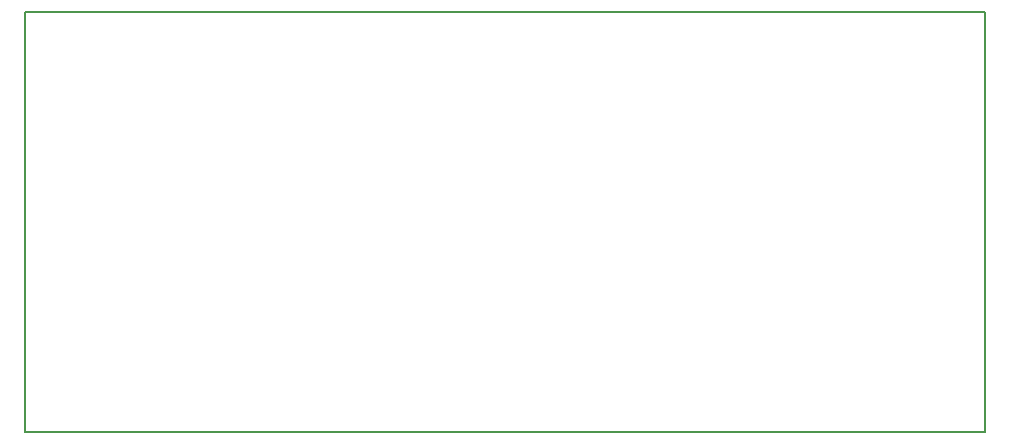
<source format=gbr>
G04 DipTrace 2.4.0.2*
%INBoardOutline.gbr*%
%MOIN*%
%ADD11C,0.006*%
%FSLAX44Y44*%
G04*
G70*
G90*
G75*
G01*
%LNBoardOutline*%
%LPD*%
X3940Y3940D2*
D11*
X35940D1*
Y17940D1*
X3940D1*
Y3940D1*
M02*

</source>
